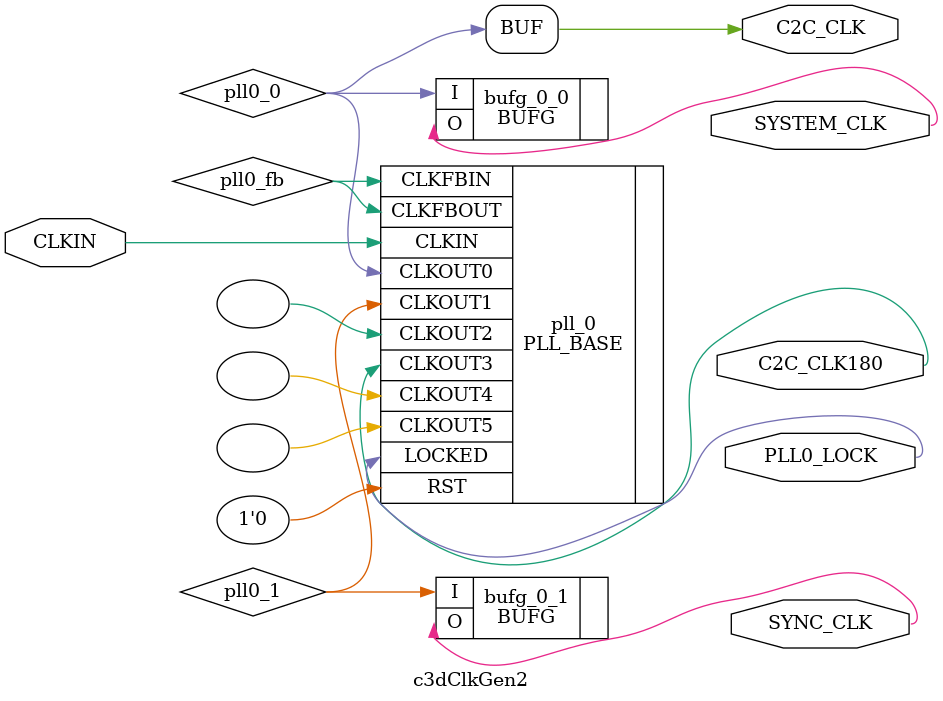
<source format=v>

     module c3dClkGen2 (
          input    CLKIN,        
          output   SYSTEM_CLK,   
          output   SYNC_CLK,     
          output   C2C_CLK,         
          output   C2C_CLK180,      
          output   PLL0_LOCK     
          // Other clocks i.e. for DDR if required
     );

// PLL for C2C and B2B modules
  PLL_BASE #(.BANDWIDTH("OPTIMIZED"), // "HIGH", "LOW" or "OPTIMIZED"
			 .CLKFBOUT_MULT(2), // Multiplication factor for all output clocks
			 .CLKFBOUT_PHASE(0.0), // Phase shift (degrees) of all output clocks
			 .CLKIN_PERIOD(3.2), // Clock period (ns) of input clock on CLKIN
			 
			 .CLKOUT0_DIVIDE(4), // Division factor for CLKOUT0 (1 to 128)
			 .CLKOUT0_DUTY_CYCLE(0.5), // Duty cycle for CLKOUT0 (0.01 to 0.99)
			 .CLKOUT0_PHASE(0.0), // Phase shift (degrees) for CLKOUT0 (0.0 to 360.0)
			 
			 .CLKOUT1_DIVIDE(2), // Division factor for CLKOUT1 (1 to 128)
			 .CLKOUT1_DUTY_CYCLE(0.5), // Duty cycle for CLKOUT1 (0.01 to 0.99)
			 .CLKOUT1_PHASE(0.0), // Phase shift (degrees) for CLKOUT1 (0.0 to 360.0)
			 
			 .CLKOUT2_DIVIDE(16), // Division factor for CLKOUT2 (1 to 128)
			 .CLKOUT2_DUTY_CYCLE(0.375), // Duty cycle for CLKOUT2 (0.01 to 0.99)
			 .CLKOUT2_PHASE(0.0), // Phase shift (degrees) for CLKOUT2 (0.0 to 360.0)
			 
			 .CLKOUT3_DIVIDE(4), // Division factor for CLKOUT3 (1 to 128)
			 .CLKOUT3_DUTY_CYCLE(0.5), // Duty cycle for CLKOUT3 (0.01 to 0.99)
			 .CLKOUT3_PHASE(180.0), // Phase shift (degrees) for CLKOUT3 (0.0 to 360.0)
			 
			 .CLKOUT4_DIVIDE(8), // Division factor for CLKOUT4 (1 to 128)
			 .CLKOUT4_DUTY_CYCLE(0.5), // Duty cycle for CLKOUT4 (0.01 to 0.99)
			 .CLKOUT4_PHASE(0.0), // Phase shift (degrees) for CLKOUT4 (0.0 to 360.0)
			 
			 .CLKOUT5_DIVIDE(4), // Division factor for CLKOUT5 (1 to 128)
			 .CLKOUT5_DUTY_CYCLE(0.5), // Duty cycle for CLKOUT5 (0.01 to 0.99)
			 .CLKOUT5_PHASE(180.0), // Phase shift (degrees) for CLKOUT5 (0.0 to 360.0)
			 
			 .COMPENSATION("SYSTEM_SYNCHRONOUS"), // "SYSTEM_SYNCHRONOUS",
			 .DIVCLK_DIVIDE(1), // Division factor for all clocks (1 to 52)
			 .REF_JITTER(0.100)) // Input reference jitter (0.000 to 0.999 UI%)

			 pll_0   (.CLKFBOUT(pll0_fb   ), 	// General output feedback signal
				  .CLKOUT0 (pll0_0    ), 	// 156.25 MHz system clock before buffering
			          .CLKOUT1 (pll0_1    ), 	// 312.5 MHz clock for GTP TXUSRCLK
			          .CLKOUT2 (          ), 	// 
			          .CLKOUT3 (C2C_CLK180   ), 	// 156.25 MHz system clock before buffering, 180deg 
			          .CLKOUT4 (          ),        // 
			          .CLKOUT5 (          ),	//
			          .LOCKED  (PLL0_LOCK ),	// Active high PLL lock signal
			          .CLKFBIN (pll0_fb   ), 	// Clock feedback input
			          .CLKIN   (CLKIN    ), 	// 312.5 MHz clock input from GTP
			          .RST     (1'b0      )
  );

  BUFG bufg_0_0 (.I(pll0_0), .O(SYSTEM_CLK));
  BUFG bufg_0_1 (.I(pll0_1), .O(SYNC_CLK));
  assign C2C_CLK = pll0_0;

  // 2nd PLL for DDR if required
 
  //This PLL generates MCLK and MCLK90 at whatever frequency we want.
  PLL_BASE #(.BANDWIDTH("OPTIMIZED"), // "HIGH", "LOW" or "OPTIMIZED"
			 .CLKFBOUT_MULT(20), // Multiplication factor for all output clocks
			 .CLKFBOUT_PHASE(0.0), // Phase shift (degrees) of all output clocks
			 .CLKIN_PERIOD(10.0), // Clock period (ns) of input clock on CLKIN
			 
			 .CLKOUT0_DIVIDE(4), // Division factor for MCLK (1 to 128)
			 .CLKOUT0_DUTY_CYCLE(0.5), // Duty cycle for CLKOUT0 (0.01 to 0.99)
			 .CLKOUT0_PHASE(0.0), // Phase shift (degrees) for CLKOUT0 (0.0 to 360.0)
			 
			 .CLKOUT1_DIVIDE(4), // Division factor for MCLK90 (1 to 128)
			 .CLKOUT1_DUTY_CYCLE(0.5), // Duty cycle for CLKOUT1 (0.01 to 0.99)
			 .CLKOUT1_PHASE(90.0), // Phase shift (degrees) for CLKOUT1 (0.0 to 360.0)
			 
			 .CLKOUT2_DIVIDE(16), // Division factor for Ph0 (1 to 128)
			 .CLKOUT2_DUTY_CYCLE(0.375), // Duty cycle for CLKOUT2 (0.01 to 0.99)
			 .CLKOUT2_PHASE(0.0), // Phase shift (degrees) for CLKOUT2 (0.0 to 360.0)
			 
			 .CLKOUT3_DIVIDE(4), // Division factor for MCLK180 (1 to 128)
			 .CLKOUT3_DUTY_CYCLE(0.5), // Duty cycle for CLKOUT3 (0.01 to 0.99)
			 .CLKOUT3_PHASE(180.0), // Phase shift (degrees) for CLKOUT3 (0.0 to 360.0)
			 
			 .CLKOUT4_DIVIDE(8), // Division factor for CLK (1 to 128)
			 .CLKOUT4_DUTY_CYCLE(0.5), // Duty cycle for CLKOUT4 (0.01 to 0.99)
			 .CLKOUT4_PHASE(0.0), // Phase shift (degrees) for CLKOUT4 (0.0 to 360.0)
			 
			 .CLKOUT5_DIVIDE(4), // Division factor for CLK200 (1 to 128)
			 .CLKOUT5_DUTY_CYCLE(0.5), // Duty cycle for CLKOUT5 (0.01 to 0.99)
			 .CLKOUT5_PHASE(180.0), // Phase shift (degrees) for CLKOUT5 (0.0 to 360.0)
			 
			 .COMPENSATION("SYSTEM_SYNCHRONOUS"), // "SYSTEM_SYNCHRONOUS",
			 .DIVCLK_DIVIDE(2), // Division factor for all clocks (1 to 52)
			 .REF_JITTER(0.100)) // Input reference jitter (0.000 to 0.999 UI%)
   
			 pll1    (.CLKFBOUT(pll1_fb  ),  // General output feedback signal
					  .CLKOUT0 (pll1_0   ),  // 266 MHz
					  .CLKOUT1 (pll1_1   ),  // 266 MHz, 90 degree shift
					  .CLKOUT2 (pll1_2   ),  // MCLK/4
					  .CLKOUT3 (pll1_3   ),
					  .CLKOUT4 (pll1_4   ),  // MCLK/2
					  .CLKOUT5 (         ),
					  .LOCKED  (PLL1_LOCK),  // Active high PLL lock signal
					  .CLKFBIN (pll1_fb  ),  // Clock feedback input
					  .CLKIN   (CLK_IN   ),  // Clock input
					  .RST     (1'b0     )
  );

  BUFG bufg_1_0 (.I(pll1_0), .O(PLL1_OUT0)); // MCLK
  BUFG bufg_1_1 (.I(pll1_1), .O(PLL1_OUT1)); // MCLK90
  BUFG pufg_1_2 (.I(pll1_2), .O(PLL1_OUT2)); // PH0 
  BUFG bufg_1_3 (.I(pll1_4), .O(PLL1_OUT4)); // CLK

  //BUFG bufg_1_4 (.I(MCLKx), .O(RingCLK));
  //BUFGMUX_CTRL swClkbuf (
  //.O(swClock), // Clock MUX output
  //.I0(MCLKx), // Clock0 input
  //.I1(MCLK180x), // Clock1 input
  //.S(switchClock) // Clock select input
  //);


endmodule


</source>
